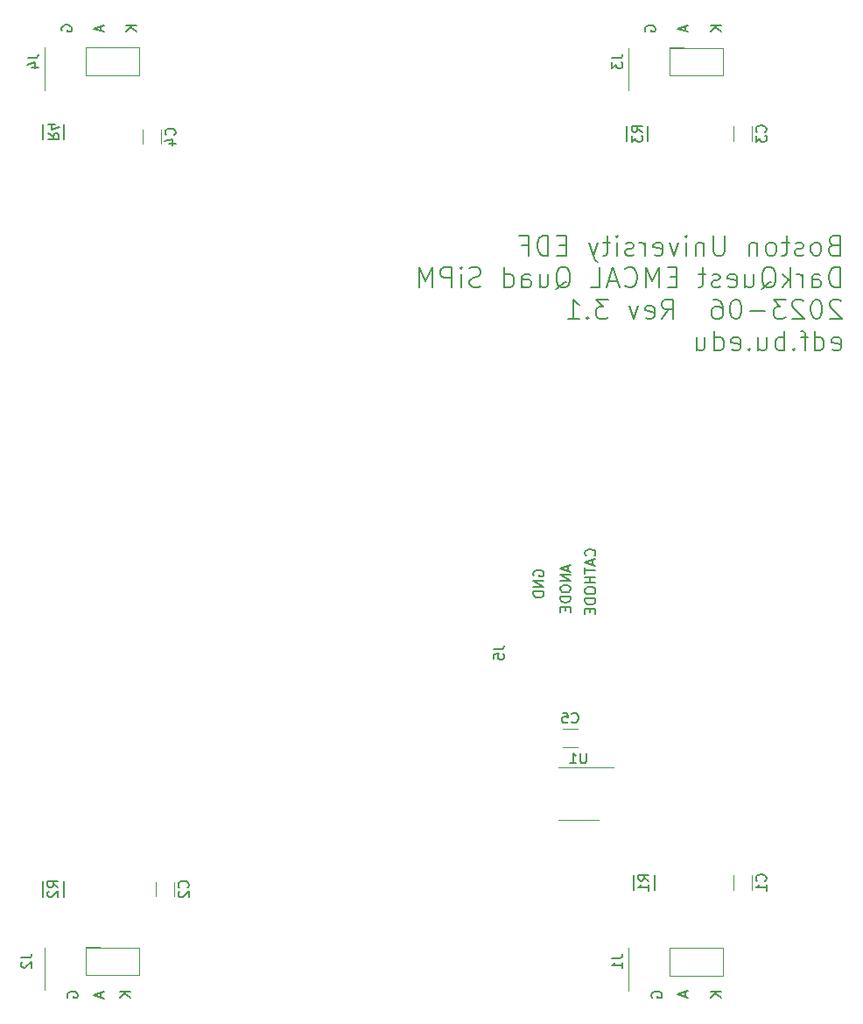
<source format=gbr>
%TF.GenerationSoftware,KiCad,Pcbnew,7.0.5-0*%
%TF.CreationDate,2023-06-12T10:56:44-04:00*%
%TF.ProjectId,quad_sipm,71756164-5f73-4697-906d-2e6b69636164,rev?*%
%TF.SameCoordinates,Original*%
%TF.FileFunction,Legend,Bot*%
%TF.FilePolarity,Positive*%
%FSLAX46Y46*%
G04 Gerber Fmt 4.6, Leading zero omitted, Abs format (unit mm)*
G04 Created by KiCad (PCBNEW 7.0.5-0) date 2023-06-12 10:56:44*
%MOMM*%
%LPD*%
G01*
G04 APERTURE LIST*
%ADD10C,0.150000*%
%ADD11C,0.203200*%
%ADD12C,0.120000*%
%ADD13C,0.152400*%
G04 APERTURE END LIST*
D10*
X124597438Y-53601904D02*
X124549819Y-53506666D01*
X124549819Y-53506666D02*
X124549819Y-53363809D01*
X124549819Y-53363809D02*
X124597438Y-53220952D01*
X124597438Y-53220952D02*
X124692676Y-53125714D01*
X124692676Y-53125714D02*
X124787914Y-53078095D01*
X124787914Y-53078095D02*
X124978390Y-53030476D01*
X124978390Y-53030476D02*
X125121247Y-53030476D01*
X125121247Y-53030476D02*
X125311723Y-53078095D01*
X125311723Y-53078095D02*
X125406961Y-53125714D01*
X125406961Y-53125714D02*
X125502200Y-53220952D01*
X125502200Y-53220952D02*
X125549819Y-53363809D01*
X125549819Y-53363809D02*
X125549819Y-53459047D01*
X125549819Y-53459047D02*
X125502200Y-53601904D01*
X125502200Y-53601904D02*
X125454580Y-53649523D01*
X125454580Y-53649523D02*
X125121247Y-53649523D01*
X125121247Y-53649523D02*
X125121247Y-53459047D01*
X131899819Y-53078095D02*
X130899819Y-53078095D01*
X131899819Y-53649523D02*
X131328390Y-53220952D01*
X130899819Y-53649523D02*
X131471247Y-53078095D01*
X128439104Y-53101905D02*
X128439104Y-53578095D01*
X128724819Y-53006667D02*
X127724819Y-53340000D01*
X127724819Y-53340000D02*
X128724819Y-53673333D01*
X68717438Y-146983220D02*
X68669819Y-146887982D01*
X68669819Y-146887982D02*
X68669819Y-146745125D01*
X68669819Y-146745125D02*
X68717438Y-146602268D01*
X68717438Y-146602268D02*
X68812676Y-146507030D01*
X68812676Y-146507030D02*
X68907914Y-146459411D01*
X68907914Y-146459411D02*
X69098390Y-146411792D01*
X69098390Y-146411792D02*
X69241247Y-146411792D01*
X69241247Y-146411792D02*
X69431723Y-146459411D01*
X69431723Y-146459411D02*
X69526961Y-146507030D01*
X69526961Y-146507030D02*
X69622200Y-146602268D01*
X69622200Y-146602268D02*
X69669819Y-146745125D01*
X69669819Y-146745125D02*
X69669819Y-146840363D01*
X69669819Y-146840363D02*
X69622200Y-146983220D01*
X69622200Y-146983220D02*
X69574580Y-147030839D01*
X69574580Y-147030839D02*
X69241247Y-147030839D01*
X69241247Y-147030839D02*
X69241247Y-146840363D01*
X71924104Y-146554649D02*
X71924104Y-147030839D01*
X72209819Y-146459411D02*
X71209819Y-146792744D01*
X71209819Y-146792744D02*
X72209819Y-147126077D01*
X75384819Y-53078095D02*
X74384819Y-53078095D01*
X75384819Y-53649523D02*
X74813390Y-53220952D01*
X74384819Y-53649523D02*
X74956247Y-53078095D01*
X117069104Y-105261905D02*
X117069104Y-105738095D01*
X117354819Y-105166667D02*
X116354819Y-105500000D01*
X116354819Y-105500000D02*
X117354819Y-105833333D01*
X117354819Y-106166667D02*
X116354819Y-106166667D01*
X116354819Y-106166667D02*
X117354819Y-106738095D01*
X117354819Y-106738095D02*
X116354819Y-106738095D01*
X116354819Y-107404762D02*
X116354819Y-107595238D01*
X116354819Y-107595238D02*
X116402438Y-107690476D01*
X116402438Y-107690476D02*
X116497676Y-107785714D01*
X116497676Y-107785714D02*
X116688152Y-107833333D01*
X116688152Y-107833333D02*
X117021485Y-107833333D01*
X117021485Y-107833333D02*
X117211961Y-107785714D01*
X117211961Y-107785714D02*
X117307200Y-107690476D01*
X117307200Y-107690476D02*
X117354819Y-107595238D01*
X117354819Y-107595238D02*
X117354819Y-107404762D01*
X117354819Y-107404762D02*
X117307200Y-107309524D01*
X117307200Y-107309524D02*
X117211961Y-107214286D01*
X117211961Y-107214286D02*
X117021485Y-107166667D01*
X117021485Y-107166667D02*
X116688152Y-107166667D01*
X116688152Y-107166667D02*
X116497676Y-107214286D01*
X116497676Y-107214286D02*
X116402438Y-107309524D01*
X116402438Y-107309524D02*
X116354819Y-107404762D01*
X117354819Y-108261905D02*
X116354819Y-108261905D01*
X116354819Y-108261905D02*
X116354819Y-108500000D01*
X116354819Y-108500000D02*
X116402438Y-108642857D01*
X116402438Y-108642857D02*
X116497676Y-108738095D01*
X116497676Y-108738095D02*
X116592914Y-108785714D01*
X116592914Y-108785714D02*
X116783390Y-108833333D01*
X116783390Y-108833333D02*
X116926247Y-108833333D01*
X116926247Y-108833333D02*
X117116723Y-108785714D01*
X117116723Y-108785714D02*
X117211961Y-108738095D01*
X117211961Y-108738095D02*
X117307200Y-108642857D01*
X117307200Y-108642857D02*
X117354819Y-108500000D01*
X117354819Y-108500000D02*
X117354819Y-108261905D01*
X116831009Y-109261905D02*
X116831009Y-109595238D01*
X117354819Y-109738095D02*
X117354819Y-109261905D01*
X117354819Y-109261905D02*
X116354819Y-109261905D01*
X116354819Y-109261905D02*
X116354819Y-109738095D01*
X71924104Y-53101905D02*
X71924104Y-53578095D01*
X72209819Y-53006667D02*
X71209819Y-53340000D01*
X71209819Y-53340000D02*
X72209819Y-53673333D01*
X74749819Y-146423095D02*
X73749819Y-146423095D01*
X74749819Y-146994523D02*
X74178390Y-146565952D01*
X73749819Y-146994523D02*
X74321247Y-146423095D01*
X128439104Y-146446905D02*
X128439104Y-146923095D01*
X128724819Y-146351667D02*
X127724819Y-146685000D01*
X127724819Y-146685000D02*
X128724819Y-147018333D01*
X125232438Y-146983220D02*
X125184819Y-146887982D01*
X125184819Y-146887982D02*
X125184819Y-146745125D01*
X125184819Y-146745125D02*
X125232438Y-146602268D01*
X125232438Y-146602268D02*
X125327676Y-146507030D01*
X125327676Y-146507030D02*
X125422914Y-146459411D01*
X125422914Y-146459411D02*
X125613390Y-146411792D01*
X125613390Y-146411792D02*
X125756247Y-146411792D01*
X125756247Y-146411792D02*
X125946723Y-146459411D01*
X125946723Y-146459411D02*
X126041961Y-146507030D01*
X126041961Y-146507030D02*
X126137200Y-146602268D01*
X126137200Y-146602268D02*
X126184819Y-146745125D01*
X126184819Y-146745125D02*
X126184819Y-146840363D01*
X126184819Y-146840363D02*
X126137200Y-146983220D01*
X126137200Y-146983220D02*
X126089580Y-147030839D01*
X126089580Y-147030839D02*
X125756247Y-147030839D01*
X125756247Y-147030839D02*
X125756247Y-146840363D01*
X119659580Y-104299999D02*
X119707200Y-104252380D01*
X119707200Y-104252380D02*
X119754819Y-104109523D01*
X119754819Y-104109523D02*
X119754819Y-104014285D01*
X119754819Y-104014285D02*
X119707200Y-103871428D01*
X119707200Y-103871428D02*
X119611961Y-103776190D01*
X119611961Y-103776190D02*
X119516723Y-103728571D01*
X119516723Y-103728571D02*
X119326247Y-103680952D01*
X119326247Y-103680952D02*
X119183390Y-103680952D01*
X119183390Y-103680952D02*
X118992914Y-103728571D01*
X118992914Y-103728571D02*
X118897676Y-103776190D01*
X118897676Y-103776190D02*
X118802438Y-103871428D01*
X118802438Y-103871428D02*
X118754819Y-104014285D01*
X118754819Y-104014285D02*
X118754819Y-104109523D01*
X118754819Y-104109523D02*
X118802438Y-104252380D01*
X118802438Y-104252380D02*
X118850057Y-104299999D01*
X119469104Y-104680952D02*
X119469104Y-105157142D01*
X119754819Y-104585714D02*
X118754819Y-104919047D01*
X118754819Y-104919047D02*
X119754819Y-105252380D01*
X118754819Y-105442857D02*
X118754819Y-106014285D01*
X119754819Y-105728571D02*
X118754819Y-105728571D01*
X119754819Y-106347619D02*
X118754819Y-106347619D01*
X119231009Y-106347619D02*
X119231009Y-106919047D01*
X119754819Y-106919047D02*
X118754819Y-106919047D01*
X118754819Y-107585714D02*
X118754819Y-107776190D01*
X118754819Y-107776190D02*
X118802438Y-107871428D01*
X118802438Y-107871428D02*
X118897676Y-107966666D01*
X118897676Y-107966666D02*
X119088152Y-108014285D01*
X119088152Y-108014285D02*
X119421485Y-108014285D01*
X119421485Y-108014285D02*
X119611961Y-107966666D01*
X119611961Y-107966666D02*
X119707200Y-107871428D01*
X119707200Y-107871428D02*
X119754819Y-107776190D01*
X119754819Y-107776190D02*
X119754819Y-107585714D01*
X119754819Y-107585714D02*
X119707200Y-107490476D01*
X119707200Y-107490476D02*
X119611961Y-107395238D01*
X119611961Y-107395238D02*
X119421485Y-107347619D01*
X119421485Y-107347619D02*
X119088152Y-107347619D01*
X119088152Y-107347619D02*
X118897676Y-107395238D01*
X118897676Y-107395238D02*
X118802438Y-107490476D01*
X118802438Y-107490476D02*
X118754819Y-107585714D01*
X119754819Y-108442857D02*
X118754819Y-108442857D01*
X118754819Y-108442857D02*
X118754819Y-108680952D01*
X118754819Y-108680952D02*
X118802438Y-108823809D01*
X118802438Y-108823809D02*
X118897676Y-108919047D01*
X118897676Y-108919047D02*
X118992914Y-108966666D01*
X118992914Y-108966666D02*
X119183390Y-109014285D01*
X119183390Y-109014285D02*
X119326247Y-109014285D01*
X119326247Y-109014285D02*
X119516723Y-108966666D01*
X119516723Y-108966666D02*
X119611961Y-108919047D01*
X119611961Y-108919047D02*
X119707200Y-108823809D01*
X119707200Y-108823809D02*
X119754819Y-108680952D01*
X119754819Y-108680952D02*
X119754819Y-108442857D01*
X119231009Y-109442857D02*
X119231009Y-109776190D01*
X119754819Y-109919047D02*
X119754819Y-109442857D01*
X119754819Y-109442857D02*
X118754819Y-109442857D01*
X118754819Y-109442857D02*
X118754819Y-109919047D01*
X131899819Y-146423095D02*
X130899819Y-146423095D01*
X131899819Y-146994523D02*
X131328390Y-146565952D01*
X130899819Y-146994523D02*
X131471247Y-146423095D01*
D11*
X142777744Y-74272290D02*
X142505601Y-74363004D01*
X142505601Y-74363004D02*
X142414887Y-74453718D01*
X142414887Y-74453718D02*
X142324173Y-74635147D01*
X142324173Y-74635147D02*
X142324173Y-74907290D01*
X142324173Y-74907290D02*
X142414887Y-75088718D01*
X142414887Y-75088718D02*
X142505601Y-75179433D01*
X142505601Y-75179433D02*
X142687030Y-75270147D01*
X142687030Y-75270147D02*
X143412744Y-75270147D01*
X143412744Y-75270147D02*
X143412744Y-73365147D01*
X143412744Y-73365147D02*
X142777744Y-73365147D01*
X142777744Y-73365147D02*
X142596316Y-73455861D01*
X142596316Y-73455861D02*
X142505601Y-73546575D01*
X142505601Y-73546575D02*
X142414887Y-73728004D01*
X142414887Y-73728004D02*
X142414887Y-73909433D01*
X142414887Y-73909433D02*
X142505601Y-74090861D01*
X142505601Y-74090861D02*
X142596316Y-74181575D01*
X142596316Y-74181575D02*
X142777744Y-74272290D01*
X142777744Y-74272290D02*
X143412744Y-74272290D01*
X141235601Y-75270147D02*
X141417030Y-75179433D01*
X141417030Y-75179433D02*
X141507744Y-75088718D01*
X141507744Y-75088718D02*
X141598458Y-74907290D01*
X141598458Y-74907290D02*
X141598458Y-74363004D01*
X141598458Y-74363004D02*
X141507744Y-74181575D01*
X141507744Y-74181575D02*
X141417030Y-74090861D01*
X141417030Y-74090861D02*
X141235601Y-74000147D01*
X141235601Y-74000147D02*
X140963458Y-74000147D01*
X140963458Y-74000147D02*
X140782030Y-74090861D01*
X140782030Y-74090861D02*
X140691316Y-74181575D01*
X140691316Y-74181575D02*
X140600601Y-74363004D01*
X140600601Y-74363004D02*
X140600601Y-74907290D01*
X140600601Y-74907290D02*
X140691316Y-75088718D01*
X140691316Y-75088718D02*
X140782030Y-75179433D01*
X140782030Y-75179433D02*
X140963458Y-75270147D01*
X140963458Y-75270147D02*
X141235601Y-75270147D01*
X139874887Y-75179433D02*
X139693459Y-75270147D01*
X139693459Y-75270147D02*
X139330602Y-75270147D01*
X139330602Y-75270147D02*
X139149173Y-75179433D01*
X139149173Y-75179433D02*
X139058459Y-74998004D01*
X139058459Y-74998004D02*
X139058459Y-74907290D01*
X139058459Y-74907290D02*
X139149173Y-74725861D01*
X139149173Y-74725861D02*
X139330602Y-74635147D01*
X139330602Y-74635147D02*
X139602745Y-74635147D01*
X139602745Y-74635147D02*
X139784173Y-74544433D01*
X139784173Y-74544433D02*
X139874887Y-74363004D01*
X139874887Y-74363004D02*
X139874887Y-74272290D01*
X139874887Y-74272290D02*
X139784173Y-74090861D01*
X139784173Y-74090861D02*
X139602745Y-74000147D01*
X139602745Y-74000147D02*
X139330602Y-74000147D01*
X139330602Y-74000147D02*
X139149173Y-74090861D01*
X138514173Y-74000147D02*
X137788459Y-74000147D01*
X138242030Y-73365147D02*
X138242030Y-74998004D01*
X138242030Y-74998004D02*
X138151316Y-75179433D01*
X138151316Y-75179433D02*
X137969887Y-75270147D01*
X137969887Y-75270147D02*
X137788459Y-75270147D01*
X136881316Y-75270147D02*
X137062745Y-75179433D01*
X137062745Y-75179433D02*
X137153459Y-75088718D01*
X137153459Y-75088718D02*
X137244173Y-74907290D01*
X137244173Y-74907290D02*
X137244173Y-74363004D01*
X137244173Y-74363004D02*
X137153459Y-74181575D01*
X137153459Y-74181575D02*
X137062745Y-74090861D01*
X137062745Y-74090861D02*
X136881316Y-74000147D01*
X136881316Y-74000147D02*
X136609173Y-74000147D01*
X136609173Y-74000147D02*
X136427745Y-74090861D01*
X136427745Y-74090861D02*
X136337031Y-74181575D01*
X136337031Y-74181575D02*
X136246316Y-74363004D01*
X136246316Y-74363004D02*
X136246316Y-74907290D01*
X136246316Y-74907290D02*
X136337031Y-75088718D01*
X136337031Y-75088718D02*
X136427745Y-75179433D01*
X136427745Y-75179433D02*
X136609173Y-75270147D01*
X136609173Y-75270147D02*
X136881316Y-75270147D01*
X135429888Y-74000147D02*
X135429888Y-75270147D01*
X135429888Y-74181575D02*
X135339174Y-74090861D01*
X135339174Y-74090861D02*
X135157745Y-74000147D01*
X135157745Y-74000147D02*
X134885602Y-74000147D01*
X134885602Y-74000147D02*
X134704174Y-74090861D01*
X134704174Y-74090861D02*
X134613460Y-74272290D01*
X134613460Y-74272290D02*
X134613460Y-75270147D01*
X132254888Y-73365147D02*
X132254888Y-74907290D01*
X132254888Y-74907290D02*
X132164174Y-75088718D01*
X132164174Y-75088718D02*
X132073460Y-75179433D01*
X132073460Y-75179433D02*
X131892031Y-75270147D01*
X131892031Y-75270147D02*
X131529174Y-75270147D01*
X131529174Y-75270147D02*
X131347745Y-75179433D01*
X131347745Y-75179433D02*
X131257031Y-75088718D01*
X131257031Y-75088718D02*
X131166317Y-74907290D01*
X131166317Y-74907290D02*
X131166317Y-73365147D01*
X130259174Y-74000147D02*
X130259174Y-75270147D01*
X130259174Y-74181575D02*
X130168460Y-74090861D01*
X130168460Y-74090861D02*
X129987031Y-74000147D01*
X129987031Y-74000147D02*
X129714888Y-74000147D01*
X129714888Y-74000147D02*
X129533460Y-74090861D01*
X129533460Y-74090861D02*
X129442746Y-74272290D01*
X129442746Y-74272290D02*
X129442746Y-75270147D01*
X128535603Y-75270147D02*
X128535603Y-74000147D01*
X128535603Y-73365147D02*
X128626317Y-73455861D01*
X128626317Y-73455861D02*
X128535603Y-73546575D01*
X128535603Y-73546575D02*
X128444889Y-73455861D01*
X128444889Y-73455861D02*
X128535603Y-73365147D01*
X128535603Y-73365147D02*
X128535603Y-73546575D01*
X127809889Y-74000147D02*
X127356317Y-75270147D01*
X127356317Y-75270147D02*
X126902746Y-74000147D01*
X125451317Y-75179433D02*
X125632745Y-75270147D01*
X125632745Y-75270147D02*
X125995603Y-75270147D01*
X125995603Y-75270147D02*
X126177031Y-75179433D01*
X126177031Y-75179433D02*
X126267745Y-74998004D01*
X126267745Y-74998004D02*
X126267745Y-74272290D01*
X126267745Y-74272290D02*
X126177031Y-74090861D01*
X126177031Y-74090861D02*
X125995603Y-74000147D01*
X125995603Y-74000147D02*
X125632745Y-74000147D01*
X125632745Y-74000147D02*
X125451317Y-74090861D01*
X125451317Y-74090861D02*
X125360603Y-74272290D01*
X125360603Y-74272290D02*
X125360603Y-74453718D01*
X125360603Y-74453718D02*
X126267745Y-74635147D01*
X124544174Y-75270147D02*
X124544174Y-74000147D01*
X124544174Y-74363004D02*
X124453460Y-74181575D01*
X124453460Y-74181575D02*
X124362746Y-74090861D01*
X124362746Y-74090861D02*
X124181317Y-74000147D01*
X124181317Y-74000147D02*
X123999888Y-74000147D01*
X123455602Y-75179433D02*
X123274174Y-75270147D01*
X123274174Y-75270147D02*
X122911317Y-75270147D01*
X122911317Y-75270147D02*
X122729888Y-75179433D01*
X122729888Y-75179433D02*
X122639174Y-74998004D01*
X122639174Y-74998004D02*
X122639174Y-74907290D01*
X122639174Y-74907290D02*
X122729888Y-74725861D01*
X122729888Y-74725861D02*
X122911317Y-74635147D01*
X122911317Y-74635147D02*
X123183460Y-74635147D01*
X123183460Y-74635147D02*
X123364888Y-74544433D01*
X123364888Y-74544433D02*
X123455602Y-74363004D01*
X123455602Y-74363004D02*
X123455602Y-74272290D01*
X123455602Y-74272290D02*
X123364888Y-74090861D01*
X123364888Y-74090861D02*
X123183460Y-74000147D01*
X123183460Y-74000147D02*
X122911317Y-74000147D01*
X122911317Y-74000147D02*
X122729888Y-74090861D01*
X121822745Y-75270147D02*
X121822745Y-74000147D01*
X121822745Y-73365147D02*
X121913459Y-73455861D01*
X121913459Y-73455861D02*
X121822745Y-73546575D01*
X121822745Y-73546575D02*
X121732031Y-73455861D01*
X121732031Y-73455861D02*
X121822745Y-73365147D01*
X121822745Y-73365147D02*
X121822745Y-73546575D01*
X121187745Y-74000147D02*
X120462031Y-74000147D01*
X120915602Y-73365147D02*
X120915602Y-74998004D01*
X120915602Y-74998004D02*
X120824888Y-75179433D01*
X120824888Y-75179433D02*
X120643459Y-75270147D01*
X120643459Y-75270147D02*
X120462031Y-75270147D01*
X120008460Y-74000147D02*
X119554888Y-75270147D01*
X119101317Y-74000147D02*
X119554888Y-75270147D01*
X119554888Y-75270147D02*
X119736317Y-75723718D01*
X119736317Y-75723718D02*
X119827031Y-75814433D01*
X119827031Y-75814433D02*
X120008460Y-75905147D01*
X116924173Y-74272290D02*
X116289173Y-74272290D01*
X116017030Y-75270147D02*
X116924173Y-75270147D01*
X116924173Y-75270147D02*
X116924173Y-73365147D01*
X116924173Y-73365147D02*
X116017030Y-73365147D01*
X115200602Y-75270147D02*
X115200602Y-73365147D01*
X115200602Y-73365147D02*
X114747031Y-73365147D01*
X114747031Y-73365147D02*
X114474888Y-73455861D01*
X114474888Y-73455861D02*
X114293459Y-73637290D01*
X114293459Y-73637290D02*
X114202745Y-73818718D01*
X114202745Y-73818718D02*
X114112031Y-74181575D01*
X114112031Y-74181575D02*
X114112031Y-74453718D01*
X114112031Y-74453718D02*
X114202745Y-74816575D01*
X114202745Y-74816575D02*
X114293459Y-74998004D01*
X114293459Y-74998004D02*
X114474888Y-75179433D01*
X114474888Y-75179433D02*
X114747031Y-75270147D01*
X114747031Y-75270147D02*
X115200602Y-75270147D01*
X112660602Y-74272290D02*
X113295602Y-74272290D01*
X113295602Y-75270147D02*
X113295602Y-73365147D01*
X113295602Y-73365147D02*
X112388459Y-73365147D01*
X143412744Y-78337197D02*
X143412744Y-76432197D01*
X143412744Y-76432197D02*
X142959173Y-76432197D01*
X142959173Y-76432197D02*
X142687030Y-76522911D01*
X142687030Y-76522911D02*
X142505601Y-76704340D01*
X142505601Y-76704340D02*
X142414887Y-76885768D01*
X142414887Y-76885768D02*
X142324173Y-77248625D01*
X142324173Y-77248625D02*
X142324173Y-77520768D01*
X142324173Y-77520768D02*
X142414887Y-77883625D01*
X142414887Y-77883625D02*
X142505601Y-78065054D01*
X142505601Y-78065054D02*
X142687030Y-78246483D01*
X142687030Y-78246483D02*
X142959173Y-78337197D01*
X142959173Y-78337197D02*
X143412744Y-78337197D01*
X140691316Y-78337197D02*
X140691316Y-77339340D01*
X140691316Y-77339340D02*
X140782030Y-77157911D01*
X140782030Y-77157911D02*
X140963458Y-77067197D01*
X140963458Y-77067197D02*
X141326316Y-77067197D01*
X141326316Y-77067197D02*
X141507744Y-77157911D01*
X140691316Y-78246483D02*
X140872744Y-78337197D01*
X140872744Y-78337197D02*
X141326316Y-78337197D01*
X141326316Y-78337197D02*
X141507744Y-78246483D01*
X141507744Y-78246483D02*
X141598458Y-78065054D01*
X141598458Y-78065054D02*
X141598458Y-77883625D01*
X141598458Y-77883625D02*
X141507744Y-77702197D01*
X141507744Y-77702197D02*
X141326316Y-77611483D01*
X141326316Y-77611483D02*
X140872744Y-77611483D01*
X140872744Y-77611483D02*
X140691316Y-77520768D01*
X139784173Y-78337197D02*
X139784173Y-77067197D01*
X139784173Y-77430054D02*
X139693459Y-77248625D01*
X139693459Y-77248625D02*
X139602745Y-77157911D01*
X139602745Y-77157911D02*
X139421316Y-77067197D01*
X139421316Y-77067197D02*
X139239887Y-77067197D01*
X138604887Y-78337197D02*
X138604887Y-76432197D01*
X138423459Y-77611483D02*
X137879173Y-78337197D01*
X137879173Y-77067197D02*
X138604887Y-77792911D01*
X135792744Y-78518625D02*
X135974173Y-78427911D01*
X135974173Y-78427911D02*
X136155601Y-78246483D01*
X136155601Y-78246483D02*
X136427744Y-77974340D01*
X136427744Y-77974340D02*
X136609173Y-77883625D01*
X136609173Y-77883625D02*
X136790601Y-77883625D01*
X136699887Y-78337197D02*
X136881316Y-78246483D01*
X136881316Y-78246483D02*
X137062744Y-78065054D01*
X137062744Y-78065054D02*
X137153458Y-77702197D01*
X137153458Y-77702197D02*
X137153458Y-77067197D01*
X137153458Y-77067197D02*
X137062744Y-76704340D01*
X137062744Y-76704340D02*
X136881316Y-76522911D01*
X136881316Y-76522911D02*
X136699887Y-76432197D01*
X136699887Y-76432197D02*
X136337030Y-76432197D01*
X136337030Y-76432197D02*
X136155601Y-76522911D01*
X136155601Y-76522911D02*
X135974173Y-76704340D01*
X135974173Y-76704340D02*
X135883458Y-77067197D01*
X135883458Y-77067197D02*
X135883458Y-77702197D01*
X135883458Y-77702197D02*
X135974173Y-78065054D01*
X135974173Y-78065054D02*
X136155601Y-78246483D01*
X136155601Y-78246483D02*
X136337030Y-78337197D01*
X136337030Y-78337197D02*
X136699887Y-78337197D01*
X134250602Y-77067197D02*
X134250602Y-78337197D01*
X135067030Y-77067197D02*
X135067030Y-78065054D01*
X135067030Y-78065054D02*
X134976316Y-78246483D01*
X134976316Y-78246483D02*
X134794887Y-78337197D01*
X134794887Y-78337197D02*
X134522744Y-78337197D01*
X134522744Y-78337197D02*
X134341316Y-78246483D01*
X134341316Y-78246483D02*
X134250602Y-78155768D01*
X132617745Y-78246483D02*
X132799173Y-78337197D01*
X132799173Y-78337197D02*
X133162031Y-78337197D01*
X133162031Y-78337197D02*
X133343459Y-78246483D01*
X133343459Y-78246483D02*
X133434173Y-78065054D01*
X133434173Y-78065054D02*
X133434173Y-77339340D01*
X133434173Y-77339340D02*
X133343459Y-77157911D01*
X133343459Y-77157911D02*
X133162031Y-77067197D01*
X133162031Y-77067197D02*
X132799173Y-77067197D01*
X132799173Y-77067197D02*
X132617745Y-77157911D01*
X132617745Y-77157911D02*
X132527031Y-77339340D01*
X132527031Y-77339340D02*
X132527031Y-77520768D01*
X132527031Y-77520768D02*
X133434173Y-77702197D01*
X131801316Y-78246483D02*
X131619888Y-78337197D01*
X131619888Y-78337197D02*
X131257031Y-78337197D01*
X131257031Y-78337197D02*
X131075602Y-78246483D01*
X131075602Y-78246483D02*
X130984888Y-78065054D01*
X130984888Y-78065054D02*
X130984888Y-77974340D01*
X130984888Y-77974340D02*
X131075602Y-77792911D01*
X131075602Y-77792911D02*
X131257031Y-77702197D01*
X131257031Y-77702197D02*
X131529174Y-77702197D01*
X131529174Y-77702197D02*
X131710602Y-77611483D01*
X131710602Y-77611483D02*
X131801316Y-77430054D01*
X131801316Y-77430054D02*
X131801316Y-77339340D01*
X131801316Y-77339340D02*
X131710602Y-77157911D01*
X131710602Y-77157911D02*
X131529174Y-77067197D01*
X131529174Y-77067197D02*
X131257031Y-77067197D01*
X131257031Y-77067197D02*
X131075602Y-77157911D01*
X130440602Y-77067197D02*
X129714888Y-77067197D01*
X130168459Y-76432197D02*
X130168459Y-78065054D01*
X130168459Y-78065054D02*
X130077745Y-78246483D01*
X130077745Y-78246483D02*
X129896316Y-78337197D01*
X129896316Y-78337197D02*
X129714888Y-78337197D01*
X127628459Y-77339340D02*
X126993459Y-77339340D01*
X126721316Y-78337197D02*
X127628459Y-78337197D01*
X127628459Y-78337197D02*
X127628459Y-76432197D01*
X127628459Y-76432197D02*
X126721316Y-76432197D01*
X125904888Y-78337197D02*
X125904888Y-76432197D01*
X125904888Y-76432197D02*
X125269888Y-77792911D01*
X125269888Y-77792911D02*
X124634888Y-76432197D01*
X124634888Y-76432197D02*
X124634888Y-78337197D01*
X122639174Y-78155768D02*
X122729888Y-78246483D01*
X122729888Y-78246483D02*
X123002031Y-78337197D01*
X123002031Y-78337197D02*
X123183459Y-78337197D01*
X123183459Y-78337197D02*
X123455602Y-78246483D01*
X123455602Y-78246483D02*
X123637031Y-78065054D01*
X123637031Y-78065054D02*
X123727745Y-77883625D01*
X123727745Y-77883625D02*
X123818459Y-77520768D01*
X123818459Y-77520768D02*
X123818459Y-77248625D01*
X123818459Y-77248625D02*
X123727745Y-76885768D01*
X123727745Y-76885768D02*
X123637031Y-76704340D01*
X123637031Y-76704340D02*
X123455602Y-76522911D01*
X123455602Y-76522911D02*
X123183459Y-76432197D01*
X123183459Y-76432197D02*
X123002031Y-76432197D01*
X123002031Y-76432197D02*
X122729888Y-76522911D01*
X122729888Y-76522911D02*
X122639174Y-76613625D01*
X121913459Y-77792911D02*
X121006317Y-77792911D01*
X122094888Y-78337197D02*
X121459888Y-76432197D01*
X121459888Y-76432197D02*
X120824888Y-78337197D01*
X119282745Y-78337197D02*
X120189888Y-78337197D01*
X120189888Y-78337197D02*
X120189888Y-76432197D01*
X115926316Y-78518625D02*
X116107745Y-78427911D01*
X116107745Y-78427911D02*
X116289173Y-78246483D01*
X116289173Y-78246483D02*
X116561316Y-77974340D01*
X116561316Y-77974340D02*
X116742745Y-77883625D01*
X116742745Y-77883625D02*
X116924173Y-77883625D01*
X116833459Y-78337197D02*
X117014888Y-78246483D01*
X117014888Y-78246483D02*
X117196316Y-78065054D01*
X117196316Y-78065054D02*
X117287030Y-77702197D01*
X117287030Y-77702197D02*
X117287030Y-77067197D01*
X117287030Y-77067197D02*
X117196316Y-76704340D01*
X117196316Y-76704340D02*
X117014888Y-76522911D01*
X117014888Y-76522911D02*
X116833459Y-76432197D01*
X116833459Y-76432197D02*
X116470602Y-76432197D01*
X116470602Y-76432197D02*
X116289173Y-76522911D01*
X116289173Y-76522911D02*
X116107745Y-76704340D01*
X116107745Y-76704340D02*
X116017030Y-77067197D01*
X116017030Y-77067197D02*
X116017030Y-77702197D01*
X116017030Y-77702197D02*
X116107745Y-78065054D01*
X116107745Y-78065054D02*
X116289173Y-78246483D01*
X116289173Y-78246483D02*
X116470602Y-78337197D01*
X116470602Y-78337197D02*
X116833459Y-78337197D01*
X114384174Y-77067197D02*
X114384174Y-78337197D01*
X115200602Y-77067197D02*
X115200602Y-78065054D01*
X115200602Y-78065054D02*
X115109888Y-78246483D01*
X115109888Y-78246483D02*
X114928459Y-78337197D01*
X114928459Y-78337197D02*
X114656316Y-78337197D01*
X114656316Y-78337197D02*
X114474888Y-78246483D01*
X114474888Y-78246483D02*
X114384174Y-78155768D01*
X112660603Y-78337197D02*
X112660603Y-77339340D01*
X112660603Y-77339340D02*
X112751317Y-77157911D01*
X112751317Y-77157911D02*
X112932745Y-77067197D01*
X112932745Y-77067197D02*
X113295603Y-77067197D01*
X113295603Y-77067197D02*
X113477031Y-77157911D01*
X112660603Y-78246483D02*
X112842031Y-78337197D01*
X112842031Y-78337197D02*
X113295603Y-78337197D01*
X113295603Y-78337197D02*
X113477031Y-78246483D01*
X113477031Y-78246483D02*
X113567745Y-78065054D01*
X113567745Y-78065054D02*
X113567745Y-77883625D01*
X113567745Y-77883625D02*
X113477031Y-77702197D01*
X113477031Y-77702197D02*
X113295603Y-77611483D01*
X113295603Y-77611483D02*
X112842031Y-77611483D01*
X112842031Y-77611483D02*
X112660603Y-77520768D01*
X110937032Y-78337197D02*
X110937032Y-76432197D01*
X110937032Y-78246483D02*
X111118460Y-78337197D01*
X111118460Y-78337197D02*
X111481317Y-78337197D01*
X111481317Y-78337197D02*
X111662746Y-78246483D01*
X111662746Y-78246483D02*
X111753460Y-78155768D01*
X111753460Y-78155768D02*
X111844174Y-77974340D01*
X111844174Y-77974340D02*
X111844174Y-77430054D01*
X111844174Y-77430054D02*
X111753460Y-77248625D01*
X111753460Y-77248625D02*
X111662746Y-77157911D01*
X111662746Y-77157911D02*
X111481317Y-77067197D01*
X111481317Y-77067197D02*
X111118460Y-77067197D01*
X111118460Y-77067197D02*
X110937032Y-77157911D01*
X108669174Y-78246483D02*
X108397032Y-78337197D01*
X108397032Y-78337197D02*
X107943460Y-78337197D01*
X107943460Y-78337197D02*
X107762032Y-78246483D01*
X107762032Y-78246483D02*
X107671317Y-78155768D01*
X107671317Y-78155768D02*
X107580603Y-77974340D01*
X107580603Y-77974340D02*
X107580603Y-77792911D01*
X107580603Y-77792911D02*
X107671317Y-77611483D01*
X107671317Y-77611483D02*
X107762032Y-77520768D01*
X107762032Y-77520768D02*
X107943460Y-77430054D01*
X107943460Y-77430054D02*
X108306317Y-77339340D01*
X108306317Y-77339340D02*
X108487746Y-77248625D01*
X108487746Y-77248625D02*
X108578460Y-77157911D01*
X108578460Y-77157911D02*
X108669174Y-76976483D01*
X108669174Y-76976483D02*
X108669174Y-76795054D01*
X108669174Y-76795054D02*
X108578460Y-76613625D01*
X108578460Y-76613625D02*
X108487746Y-76522911D01*
X108487746Y-76522911D02*
X108306317Y-76432197D01*
X108306317Y-76432197D02*
X107852746Y-76432197D01*
X107852746Y-76432197D02*
X107580603Y-76522911D01*
X106764174Y-78337197D02*
X106764174Y-77067197D01*
X106764174Y-76432197D02*
X106854888Y-76522911D01*
X106854888Y-76522911D02*
X106764174Y-76613625D01*
X106764174Y-76613625D02*
X106673460Y-76522911D01*
X106673460Y-76522911D02*
X106764174Y-76432197D01*
X106764174Y-76432197D02*
X106764174Y-76613625D01*
X105857031Y-78337197D02*
X105857031Y-76432197D01*
X105857031Y-76432197D02*
X105131317Y-76432197D01*
X105131317Y-76432197D02*
X104949888Y-76522911D01*
X104949888Y-76522911D02*
X104859174Y-76613625D01*
X104859174Y-76613625D02*
X104768460Y-76795054D01*
X104768460Y-76795054D02*
X104768460Y-77067197D01*
X104768460Y-77067197D02*
X104859174Y-77248625D01*
X104859174Y-77248625D02*
X104949888Y-77339340D01*
X104949888Y-77339340D02*
X105131317Y-77430054D01*
X105131317Y-77430054D02*
X105857031Y-77430054D01*
X103952031Y-78337197D02*
X103952031Y-76432197D01*
X103952031Y-76432197D02*
X103317031Y-77792911D01*
X103317031Y-77792911D02*
X102682031Y-76432197D01*
X102682031Y-76432197D02*
X102682031Y-78337197D01*
X143503458Y-79680675D02*
X143412744Y-79589961D01*
X143412744Y-79589961D02*
X143231316Y-79499247D01*
X143231316Y-79499247D02*
X142777744Y-79499247D01*
X142777744Y-79499247D02*
X142596316Y-79589961D01*
X142596316Y-79589961D02*
X142505601Y-79680675D01*
X142505601Y-79680675D02*
X142414887Y-79862104D01*
X142414887Y-79862104D02*
X142414887Y-80043533D01*
X142414887Y-80043533D02*
X142505601Y-80315675D01*
X142505601Y-80315675D02*
X143594173Y-81404247D01*
X143594173Y-81404247D02*
X142414887Y-81404247D01*
X141235601Y-79499247D02*
X141054172Y-79499247D01*
X141054172Y-79499247D02*
X140872744Y-79589961D01*
X140872744Y-79589961D02*
X140782030Y-79680675D01*
X140782030Y-79680675D02*
X140691315Y-79862104D01*
X140691315Y-79862104D02*
X140600601Y-80224961D01*
X140600601Y-80224961D02*
X140600601Y-80678533D01*
X140600601Y-80678533D02*
X140691315Y-81041390D01*
X140691315Y-81041390D02*
X140782030Y-81222818D01*
X140782030Y-81222818D02*
X140872744Y-81313533D01*
X140872744Y-81313533D02*
X141054172Y-81404247D01*
X141054172Y-81404247D02*
X141235601Y-81404247D01*
X141235601Y-81404247D02*
X141417030Y-81313533D01*
X141417030Y-81313533D02*
X141507744Y-81222818D01*
X141507744Y-81222818D02*
X141598458Y-81041390D01*
X141598458Y-81041390D02*
X141689172Y-80678533D01*
X141689172Y-80678533D02*
X141689172Y-80224961D01*
X141689172Y-80224961D02*
X141598458Y-79862104D01*
X141598458Y-79862104D02*
X141507744Y-79680675D01*
X141507744Y-79680675D02*
X141417030Y-79589961D01*
X141417030Y-79589961D02*
X141235601Y-79499247D01*
X139874886Y-79680675D02*
X139784172Y-79589961D01*
X139784172Y-79589961D02*
X139602744Y-79499247D01*
X139602744Y-79499247D02*
X139149172Y-79499247D01*
X139149172Y-79499247D02*
X138967744Y-79589961D01*
X138967744Y-79589961D02*
X138877029Y-79680675D01*
X138877029Y-79680675D02*
X138786315Y-79862104D01*
X138786315Y-79862104D02*
X138786315Y-80043533D01*
X138786315Y-80043533D02*
X138877029Y-80315675D01*
X138877029Y-80315675D02*
X139965601Y-81404247D01*
X139965601Y-81404247D02*
X138786315Y-81404247D01*
X138151315Y-79499247D02*
X136972029Y-79499247D01*
X136972029Y-79499247D02*
X137607029Y-80224961D01*
X137607029Y-80224961D02*
X137334886Y-80224961D01*
X137334886Y-80224961D02*
X137153458Y-80315675D01*
X137153458Y-80315675D02*
X137062743Y-80406390D01*
X137062743Y-80406390D02*
X136972029Y-80587818D01*
X136972029Y-80587818D02*
X136972029Y-81041390D01*
X136972029Y-81041390D02*
X137062743Y-81222818D01*
X137062743Y-81222818D02*
X137153458Y-81313533D01*
X137153458Y-81313533D02*
X137334886Y-81404247D01*
X137334886Y-81404247D02*
X137879172Y-81404247D01*
X137879172Y-81404247D02*
X138060600Y-81313533D01*
X138060600Y-81313533D02*
X138151315Y-81222818D01*
X136155600Y-80678533D02*
X134704172Y-80678533D01*
X133434172Y-79499247D02*
X133252743Y-79499247D01*
X133252743Y-79499247D02*
X133071315Y-79589961D01*
X133071315Y-79589961D02*
X132980601Y-79680675D01*
X132980601Y-79680675D02*
X132889886Y-79862104D01*
X132889886Y-79862104D02*
X132799172Y-80224961D01*
X132799172Y-80224961D02*
X132799172Y-80678533D01*
X132799172Y-80678533D02*
X132889886Y-81041390D01*
X132889886Y-81041390D02*
X132980601Y-81222818D01*
X132980601Y-81222818D02*
X133071315Y-81313533D01*
X133071315Y-81313533D02*
X133252743Y-81404247D01*
X133252743Y-81404247D02*
X133434172Y-81404247D01*
X133434172Y-81404247D02*
X133615601Y-81313533D01*
X133615601Y-81313533D02*
X133706315Y-81222818D01*
X133706315Y-81222818D02*
X133797029Y-81041390D01*
X133797029Y-81041390D02*
X133887743Y-80678533D01*
X133887743Y-80678533D02*
X133887743Y-80224961D01*
X133887743Y-80224961D02*
X133797029Y-79862104D01*
X133797029Y-79862104D02*
X133706315Y-79680675D01*
X133706315Y-79680675D02*
X133615601Y-79589961D01*
X133615601Y-79589961D02*
X133434172Y-79499247D01*
X131166315Y-79499247D02*
X131529172Y-79499247D01*
X131529172Y-79499247D02*
X131710600Y-79589961D01*
X131710600Y-79589961D02*
X131801315Y-79680675D01*
X131801315Y-79680675D02*
X131982743Y-79952818D01*
X131982743Y-79952818D02*
X132073457Y-80315675D01*
X132073457Y-80315675D02*
X132073457Y-81041390D01*
X132073457Y-81041390D02*
X131982743Y-81222818D01*
X131982743Y-81222818D02*
X131892029Y-81313533D01*
X131892029Y-81313533D02*
X131710600Y-81404247D01*
X131710600Y-81404247D02*
X131347743Y-81404247D01*
X131347743Y-81404247D02*
X131166315Y-81313533D01*
X131166315Y-81313533D02*
X131075600Y-81222818D01*
X131075600Y-81222818D02*
X130984886Y-81041390D01*
X130984886Y-81041390D02*
X130984886Y-80587818D01*
X130984886Y-80587818D02*
X131075600Y-80406390D01*
X131075600Y-80406390D02*
X131166315Y-80315675D01*
X131166315Y-80315675D02*
X131347743Y-80224961D01*
X131347743Y-80224961D02*
X131710600Y-80224961D01*
X131710600Y-80224961D02*
X131892029Y-80315675D01*
X131892029Y-80315675D02*
X131982743Y-80406390D01*
X131982743Y-80406390D02*
X132073457Y-80587818D01*
X126177028Y-81404247D02*
X126812028Y-80497104D01*
X127265599Y-81404247D02*
X127265599Y-79499247D01*
X127265599Y-79499247D02*
X126539885Y-79499247D01*
X126539885Y-79499247D02*
X126358456Y-79589961D01*
X126358456Y-79589961D02*
X126267742Y-79680675D01*
X126267742Y-79680675D02*
X126177028Y-79862104D01*
X126177028Y-79862104D02*
X126177028Y-80134247D01*
X126177028Y-80134247D02*
X126267742Y-80315675D01*
X126267742Y-80315675D02*
X126358456Y-80406390D01*
X126358456Y-80406390D02*
X126539885Y-80497104D01*
X126539885Y-80497104D02*
X127265599Y-80497104D01*
X124634885Y-81313533D02*
X124816313Y-81404247D01*
X124816313Y-81404247D02*
X125179171Y-81404247D01*
X125179171Y-81404247D02*
X125360599Y-81313533D01*
X125360599Y-81313533D02*
X125451313Y-81132104D01*
X125451313Y-81132104D02*
X125451313Y-80406390D01*
X125451313Y-80406390D02*
X125360599Y-80224961D01*
X125360599Y-80224961D02*
X125179171Y-80134247D01*
X125179171Y-80134247D02*
X124816313Y-80134247D01*
X124816313Y-80134247D02*
X124634885Y-80224961D01*
X124634885Y-80224961D02*
X124544171Y-80406390D01*
X124544171Y-80406390D02*
X124544171Y-80587818D01*
X124544171Y-80587818D02*
X125451313Y-80769247D01*
X123909171Y-80134247D02*
X123455599Y-81404247D01*
X123455599Y-81404247D02*
X123002028Y-80134247D01*
X121006313Y-79499247D02*
X119827027Y-79499247D01*
X119827027Y-79499247D02*
X120462027Y-80224961D01*
X120462027Y-80224961D02*
X120189884Y-80224961D01*
X120189884Y-80224961D02*
X120008456Y-80315675D01*
X120008456Y-80315675D02*
X119917741Y-80406390D01*
X119917741Y-80406390D02*
X119827027Y-80587818D01*
X119827027Y-80587818D02*
X119827027Y-81041390D01*
X119827027Y-81041390D02*
X119917741Y-81222818D01*
X119917741Y-81222818D02*
X120008456Y-81313533D01*
X120008456Y-81313533D02*
X120189884Y-81404247D01*
X120189884Y-81404247D02*
X120734170Y-81404247D01*
X120734170Y-81404247D02*
X120915598Y-81313533D01*
X120915598Y-81313533D02*
X121006313Y-81222818D01*
X119010598Y-81222818D02*
X118919884Y-81313533D01*
X118919884Y-81313533D02*
X119010598Y-81404247D01*
X119010598Y-81404247D02*
X119101312Y-81313533D01*
X119101312Y-81313533D02*
X119010598Y-81222818D01*
X119010598Y-81222818D02*
X119010598Y-81404247D01*
X117105598Y-81404247D02*
X118194169Y-81404247D01*
X117649884Y-81404247D02*
X117649884Y-79499247D01*
X117649884Y-79499247D02*
X117831312Y-79771390D01*
X117831312Y-79771390D02*
X118012741Y-79952818D01*
X118012741Y-79952818D02*
X118194169Y-80043533D01*
X142687030Y-84380583D02*
X142868458Y-84471297D01*
X142868458Y-84471297D02*
X143231316Y-84471297D01*
X143231316Y-84471297D02*
X143412744Y-84380583D01*
X143412744Y-84380583D02*
X143503458Y-84199154D01*
X143503458Y-84199154D02*
X143503458Y-83473440D01*
X143503458Y-83473440D02*
X143412744Y-83292011D01*
X143412744Y-83292011D02*
X143231316Y-83201297D01*
X143231316Y-83201297D02*
X142868458Y-83201297D01*
X142868458Y-83201297D02*
X142687030Y-83292011D01*
X142687030Y-83292011D02*
X142596316Y-83473440D01*
X142596316Y-83473440D02*
X142596316Y-83654868D01*
X142596316Y-83654868D02*
X143503458Y-83836297D01*
X140963459Y-84471297D02*
X140963459Y-82566297D01*
X140963459Y-84380583D02*
X141144887Y-84471297D01*
X141144887Y-84471297D02*
X141507744Y-84471297D01*
X141507744Y-84471297D02*
X141689173Y-84380583D01*
X141689173Y-84380583D02*
X141779887Y-84289868D01*
X141779887Y-84289868D02*
X141870601Y-84108440D01*
X141870601Y-84108440D02*
X141870601Y-83564154D01*
X141870601Y-83564154D02*
X141779887Y-83382725D01*
X141779887Y-83382725D02*
X141689173Y-83292011D01*
X141689173Y-83292011D02*
X141507744Y-83201297D01*
X141507744Y-83201297D02*
X141144887Y-83201297D01*
X141144887Y-83201297D02*
X140963459Y-83292011D01*
X140328459Y-83201297D02*
X139602745Y-83201297D01*
X140056316Y-84471297D02*
X140056316Y-82838440D01*
X140056316Y-82838440D02*
X139965602Y-82657011D01*
X139965602Y-82657011D02*
X139784173Y-82566297D01*
X139784173Y-82566297D02*
X139602745Y-82566297D01*
X138967745Y-84289868D02*
X138877031Y-84380583D01*
X138877031Y-84380583D02*
X138967745Y-84471297D01*
X138967745Y-84471297D02*
X139058459Y-84380583D01*
X139058459Y-84380583D02*
X138967745Y-84289868D01*
X138967745Y-84289868D02*
X138967745Y-84471297D01*
X138060602Y-84471297D02*
X138060602Y-82566297D01*
X138060602Y-83292011D02*
X137879174Y-83201297D01*
X137879174Y-83201297D02*
X137516316Y-83201297D01*
X137516316Y-83201297D02*
X137334888Y-83292011D01*
X137334888Y-83292011D02*
X137244174Y-83382725D01*
X137244174Y-83382725D02*
X137153459Y-83564154D01*
X137153459Y-83564154D02*
X137153459Y-84108440D01*
X137153459Y-84108440D02*
X137244174Y-84289868D01*
X137244174Y-84289868D02*
X137334888Y-84380583D01*
X137334888Y-84380583D02*
X137516316Y-84471297D01*
X137516316Y-84471297D02*
X137879174Y-84471297D01*
X137879174Y-84471297D02*
X138060602Y-84380583D01*
X135520603Y-83201297D02*
X135520603Y-84471297D01*
X136337031Y-83201297D02*
X136337031Y-84199154D01*
X136337031Y-84199154D02*
X136246317Y-84380583D01*
X136246317Y-84380583D02*
X136064888Y-84471297D01*
X136064888Y-84471297D02*
X135792745Y-84471297D01*
X135792745Y-84471297D02*
X135611317Y-84380583D01*
X135611317Y-84380583D02*
X135520603Y-84289868D01*
X134613460Y-84289868D02*
X134522746Y-84380583D01*
X134522746Y-84380583D02*
X134613460Y-84471297D01*
X134613460Y-84471297D02*
X134704174Y-84380583D01*
X134704174Y-84380583D02*
X134613460Y-84289868D01*
X134613460Y-84289868D02*
X134613460Y-84471297D01*
X132980603Y-84380583D02*
X133162031Y-84471297D01*
X133162031Y-84471297D02*
X133524889Y-84471297D01*
X133524889Y-84471297D02*
X133706317Y-84380583D01*
X133706317Y-84380583D02*
X133797031Y-84199154D01*
X133797031Y-84199154D02*
X133797031Y-83473440D01*
X133797031Y-83473440D02*
X133706317Y-83292011D01*
X133706317Y-83292011D02*
X133524889Y-83201297D01*
X133524889Y-83201297D02*
X133162031Y-83201297D01*
X133162031Y-83201297D02*
X132980603Y-83292011D01*
X132980603Y-83292011D02*
X132889889Y-83473440D01*
X132889889Y-83473440D02*
X132889889Y-83654868D01*
X132889889Y-83654868D02*
X133797031Y-83836297D01*
X131257032Y-84471297D02*
X131257032Y-82566297D01*
X131257032Y-84380583D02*
X131438460Y-84471297D01*
X131438460Y-84471297D02*
X131801317Y-84471297D01*
X131801317Y-84471297D02*
X131982746Y-84380583D01*
X131982746Y-84380583D02*
X132073460Y-84289868D01*
X132073460Y-84289868D02*
X132164174Y-84108440D01*
X132164174Y-84108440D02*
X132164174Y-83564154D01*
X132164174Y-83564154D02*
X132073460Y-83382725D01*
X132073460Y-83382725D02*
X131982746Y-83292011D01*
X131982746Y-83292011D02*
X131801317Y-83201297D01*
X131801317Y-83201297D02*
X131438460Y-83201297D01*
X131438460Y-83201297D02*
X131257032Y-83292011D01*
X129533461Y-83201297D02*
X129533461Y-84471297D01*
X130349889Y-83201297D02*
X130349889Y-84199154D01*
X130349889Y-84199154D02*
X130259175Y-84380583D01*
X130259175Y-84380583D02*
X130077746Y-84471297D01*
X130077746Y-84471297D02*
X129805603Y-84471297D01*
X129805603Y-84471297D02*
X129624175Y-84380583D01*
X129624175Y-84380583D02*
X129533461Y-84289868D01*
D10*
X113802438Y-106238095D02*
X113754819Y-106142857D01*
X113754819Y-106142857D02*
X113754819Y-106000000D01*
X113754819Y-106000000D02*
X113802438Y-105857143D01*
X113802438Y-105857143D02*
X113897676Y-105761905D01*
X113897676Y-105761905D02*
X113992914Y-105714286D01*
X113992914Y-105714286D02*
X114183390Y-105666667D01*
X114183390Y-105666667D02*
X114326247Y-105666667D01*
X114326247Y-105666667D02*
X114516723Y-105714286D01*
X114516723Y-105714286D02*
X114611961Y-105761905D01*
X114611961Y-105761905D02*
X114707200Y-105857143D01*
X114707200Y-105857143D02*
X114754819Y-106000000D01*
X114754819Y-106000000D02*
X114754819Y-106095238D01*
X114754819Y-106095238D02*
X114707200Y-106238095D01*
X114707200Y-106238095D02*
X114659580Y-106285714D01*
X114659580Y-106285714D02*
X114326247Y-106285714D01*
X114326247Y-106285714D02*
X114326247Y-106095238D01*
X114754819Y-106714286D02*
X113754819Y-106714286D01*
X113754819Y-106714286D02*
X114754819Y-107285714D01*
X114754819Y-107285714D02*
X113754819Y-107285714D01*
X114754819Y-107761905D02*
X113754819Y-107761905D01*
X113754819Y-107761905D02*
X113754819Y-108000000D01*
X113754819Y-108000000D02*
X113802438Y-108142857D01*
X113802438Y-108142857D02*
X113897676Y-108238095D01*
X113897676Y-108238095D02*
X113992914Y-108285714D01*
X113992914Y-108285714D02*
X114183390Y-108333333D01*
X114183390Y-108333333D02*
X114326247Y-108333333D01*
X114326247Y-108333333D02*
X114516723Y-108285714D01*
X114516723Y-108285714D02*
X114611961Y-108238095D01*
X114611961Y-108238095D02*
X114707200Y-108142857D01*
X114707200Y-108142857D02*
X114754819Y-108000000D01*
X114754819Y-108000000D02*
X114754819Y-107761905D01*
X68162438Y-53565588D02*
X68114819Y-53470350D01*
X68114819Y-53470350D02*
X68114819Y-53327493D01*
X68114819Y-53327493D02*
X68162438Y-53184636D01*
X68162438Y-53184636D02*
X68257676Y-53089398D01*
X68257676Y-53089398D02*
X68352914Y-53041779D01*
X68352914Y-53041779D02*
X68543390Y-52994160D01*
X68543390Y-52994160D02*
X68686247Y-52994160D01*
X68686247Y-52994160D02*
X68876723Y-53041779D01*
X68876723Y-53041779D02*
X68971961Y-53089398D01*
X68971961Y-53089398D02*
X69067200Y-53184636D01*
X69067200Y-53184636D02*
X69114819Y-53327493D01*
X69114819Y-53327493D02*
X69114819Y-53422731D01*
X69114819Y-53422731D02*
X69067200Y-53565588D01*
X69067200Y-53565588D02*
X69019580Y-53613207D01*
X69019580Y-53613207D02*
X68686247Y-53613207D01*
X68686247Y-53613207D02*
X68686247Y-53422731D01*
%TO.C,J5*%
X109914819Y-113341666D02*
X110629104Y-113341666D01*
X110629104Y-113341666D02*
X110771961Y-113294047D01*
X110771961Y-113294047D02*
X110867200Y-113198809D01*
X110867200Y-113198809D02*
X110914819Y-113055952D01*
X110914819Y-113055952D02*
X110914819Y-112960714D01*
X109914819Y-114294047D02*
X109914819Y-113817857D01*
X109914819Y-113817857D02*
X110391009Y-113770238D01*
X110391009Y-113770238D02*
X110343390Y-113817857D01*
X110343390Y-113817857D02*
X110295771Y-113913095D01*
X110295771Y-113913095D02*
X110295771Y-114151190D01*
X110295771Y-114151190D02*
X110343390Y-114246428D01*
X110343390Y-114246428D02*
X110391009Y-114294047D01*
X110391009Y-114294047D02*
X110486247Y-114341666D01*
X110486247Y-114341666D02*
X110724342Y-114341666D01*
X110724342Y-114341666D02*
X110819580Y-114294047D01*
X110819580Y-114294047D02*
X110867200Y-114246428D01*
X110867200Y-114246428D02*
X110914819Y-114151190D01*
X110914819Y-114151190D02*
X110914819Y-113913095D01*
X110914819Y-113913095D02*
X110867200Y-113817857D01*
X110867200Y-113817857D02*
X110819580Y-113770238D01*
%TO.C,J1*%
X121374819Y-143176666D02*
X122089104Y-143176666D01*
X122089104Y-143176666D02*
X122231961Y-143129047D01*
X122231961Y-143129047D02*
X122327200Y-143033809D01*
X122327200Y-143033809D02*
X122374819Y-142890952D01*
X122374819Y-142890952D02*
X122374819Y-142795714D01*
X122374819Y-144176666D02*
X122374819Y-143605238D01*
X122374819Y-143890952D02*
X121374819Y-143890952D01*
X121374819Y-143890952D02*
X121517676Y-143795714D01*
X121517676Y-143795714D02*
X121612914Y-143700476D01*
X121612914Y-143700476D02*
X121660533Y-143605238D01*
%TO.C,C4*%
X79044580Y-63625833D02*
X79092200Y-63578214D01*
X79092200Y-63578214D02*
X79139819Y-63435357D01*
X79139819Y-63435357D02*
X79139819Y-63340119D01*
X79139819Y-63340119D02*
X79092200Y-63197262D01*
X79092200Y-63197262D02*
X78996961Y-63102024D01*
X78996961Y-63102024D02*
X78901723Y-63054405D01*
X78901723Y-63054405D02*
X78711247Y-63006786D01*
X78711247Y-63006786D02*
X78568390Y-63006786D01*
X78568390Y-63006786D02*
X78377914Y-63054405D01*
X78377914Y-63054405D02*
X78282676Y-63102024D01*
X78282676Y-63102024D02*
X78187438Y-63197262D01*
X78187438Y-63197262D02*
X78139819Y-63340119D01*
X78139819Y-63340119D02*
X78139819Y-63435357D01*
X78139819Y-63435357D02*
X78187438Y-63578214D01*
X78187438Y-63578214D02*
X78235057Y-63625833D01*
X78473152Y-64482976D02*
X79139819Y-64482976D01*
X78092200Y-64244881D02*
X78806485Y-64006786D01*
X78806485Y-64006786D02*
X78806485Y-64625833D01*
%TO.C,J3*%
X121374819Y-56181666D02*
X122089104Y-56181666D01*
X122089104Y-56181666D02*
X122231961Y-56134047D01*
X122231961Y-56134047D02*
X122327200Y-56038809D01*
X122327200Y-56038809D02*
X122374819Y-55895952D01*
X122374819Y-55895952D02*
X122374819Y-55800714D01*
X121374819Y-56562619D02*
X121374819Y-57181666D01*
X121374819Y-57181666D02*
X121755771Y-56848333D01*
X121755771Y-56848333D02*
X121755771Y-56991190D01*
X121755771Y-56991190D02*
X121803390Y-57086428D01*
X121803390Y-57086428D02*
X121851009Y-57134047D01*
X121851009Y-57134047D02*
X121946247Y-57181666D01*
X121946247Y-57181666D02*
X122184342Y-57181666D01*
X122184342Y-57181666D02*
X122279580Y-57134047D01*
X122279580Y-57134047D02*
X122327200Y-57086428D01*
X122327200Y-57086428D02*
X122374819Y-56991190D01*
X122374819Y-56991190D02*
X122374819Y-56705476D01*
X122374819Y-56705476D02*
X122327200Y-56610238D01*
X122327200Y-56610238D02*
X122279580Y-56562619D01*
%TO.C,J4*%
X64859819Y-56181666D02*
X65574104Y-56181666D01*
X65574104Y-56181666D02*
X65716961Y-56134047D01*
X65716961Y-56134047D02*
X65812200Y-56038809D01*
X65812200Y-56038809D02*
X65859819Y-55895952D01*
X65859819Y-55895952D02*
X65859819Y-55800714D01*
X65193152Y-57086428D02*
X65859819Y-57086428D01*
X64812200Y-56848333D02*
X65526485Y-56610238D01*
X65526485Y-56610238D02*
X65526485Y-57229285D01*
%TO.C,C3*%
X136194580Y-63333333D02*
X136242200Y-63285714D01*
X136242200Y-63285714D02*
X136289819Y-63142857D01*
X136289819Y-63142857D02*
X136289819Y-63047619D01*
X136289819Y-63047619D02*
X136242200Y-62904762D01*
X136242200Y-62904762D02*
X136146961Y-62809524D01*
X136146961Y-62809524D02*
X136051723Y-62761905D01*
X136051723Y-62761905D02*
X135861247Y-62714286D01*
X135861247Y-62714286D02*
X135718390Y-62714286D01*
X135718390Y-62714286D02*
X135527914Y-62761905D01*
X135527914Y-62761905D02*
X135432676Y-62809524D01*
X135432676Y-62809524D02*
X135337438Y-62904762D01*
X135337438Y-62904762D02*
X135289819Y-63047619D01*
X135289819Y-63047619D02*
X135289819Y-63142857D01*
X135289819Y-63142857D02*
X135337438Y-63285714D01*
X135337438Y-63285714D02*
X135385057Y-63333333D01*
X135289819Y-63666667D02*
X135289819Y-64285714D01*
X135289819Y-64285714D02*
X135670771Y-63952381D01*
X135670771Y-63952381D02*
X135670771Y-64095238D01*
X135670771Y-64095238D02*
X135718390Y-64190476D01*
X135718390Y-64190476D02*
X135766009Y-64238095D01*
X135766009Y-64238095D02*
X135861247Y-64285714D01*
X135861247Y-64285714D02*
X136099342Y-64285714D01*
X136099342Y-64285714D02*
X136194580Y-64238095D01*
X136194580Y-64238095D02*
X136242200Y-64190476D01*
X136242200Y-64190476D02*
X136289819Y-64095238D01*
X136289819Y-64095238D02*
X136289819Y-63809524D01*
X136289819Y-63809524D02*
X136242200Y-63714286D01*
X136242200Y-63714286D02*
X136194580Y-63666667D01*
%TO.C,J2*%
X64224819Y-143131666D02*
X64939104Y-143131666D01*
X64939104Y-143131666D02*
X65081961Y-143084047D01*
X65081961Y-143084047D02*
X65177200Y-142988809D01*
X65177200Y-142988809D02*
X65224819Y-142845952D01*
X65224819Y-142845952D02*
X65224819Y-142750714D01*
X64320057Y-143560238D02*
X64272438Y-143607857D01*
X64272438Y-143607857D02*
X64224819Y-143703095D01*
X64224819Y-143703095D02*
X64224819Y-143941190D01*
X64224819Y-143941190D02*
X64272438Y-144036428D01*
X64272438Y-144036428D02*
X64320057Y-144084047D01*
X64320057Y-144084047D02*
X64415295Y-144131666D01*
X64415295Y-144131666D02*
X64510533Y-144131666D01*
X64510533Y-144131666D02*
X64653390Y-144084047D01*
X64653390Y-144084047D02*
X65224819Y-143512619D01*
X65224819Y-143512619D02*
X65224819Y-144131666D01*
%TO.C,C1*%
X136194580Y-135723333D02*
X136242200Y-135675714D01*
X136242200Y-135675714D02*
X136289819Y-135532857D01*
X136289819Y-135532857D02*
X136289819Y-135437619D01*
X136289819Y-135437619D02*
X136242200Y-135294762D01*
X136242200Y-135294762D02*
X136146961Y-135199524D01*
X136146961Y-135199524D02*
X136051723Y-135151905D01*
X136051723Y-135151905D02*
X135861247Y-135104286D01*
X135861247Y-135104286D02*
X135718390Y-135104286D01*
X135718390Y-135104286D02*
X135527914Y-135151905D01*
X135527914Y-135151905D02*
X135432676Y-135199524D01*
X135432676Y-135199524D02*
X135337438Y-135294762D01*
X135337438Y-135294762D02*
X135289819Y-135437619D01*
X135289819Y-135437619D02*
X135289819Y-135532857D01*
X135289819Y-135532857D02*
X135337438Y-135675714D01*
X135337438Y-135675714D02*
X135385057Y-135723333D01*
X136289819Y-136675714D02*
X136289819Y-136104286D01*
X136289819Y-136390000D02*
X135289819Y-136390000D01*
X135289819Y-136390000D02*
X135432676Y-136294762D01*
X135432676Y-136294762D02*
X135527914Y-136199524D01*
X135527914Y-136199524D02*
X135575533Y-136104286D01*
%TO.C,C2*%
X80314580Y-136358333D02*
X80362200Y-136310714D01*
X80362200Y-136310714D02*
X80409819Y-136167857D01*
X80409819Y-136167857D02*
X80409819Y-136072619D01*
X80409819Y-136072619D02*
X80362200Y-135929762D01*
X80362200Y-135929762D02*
X80266961Y-135834524D01*
X80266961Y-135834524D02*
X80171723Y-135786905D01*
X80171723Y-135786905D02*
X79981247Y-135739286D01*
X79981247Y-135739286D02*
X79838390Y-135739286D01*
X79838390Y-135739286D02*
X79647914Y-135786905D01*
X79647914Y-135786905D02*
X79552676Y-135834524D01*
X79552676Y-135834524D02*
X79457438Y-135929762D01*
X79457438Y-135929762D02*
X79409819Y-136072619D01*
X79409819Y-136072619D02*
X79409819Y-136167857D01*
X79409819Y-136167857D02*
X79457438Y-136310714D01*
X79457438Y-136310714D02*
X79505057Y-136358333D01*
X79505057Y-136739286D02*
X79457438Y-136786905D01*
X79457438Y-136786905D02*
X79409819Y-136882143D01*
X79409819Y-136882143D02*
X79409819Y-137120238D01*
X79409819Y-137120238D02*
X79457438Y-137215476D01*
X79457438Y-137215476D02*
X79505057Y-137263095D01*
X79505057Y-137263095D02*
X79600295Y-137310714D01*
X79600295Y-137310714D02*
X79695533Y-137310714D01*
X79695533Y-137310714D02*
X79838390Y-137263095D01*
X79838390Y-137263095D02*
X80409819Y-136691667D01*
X80409819Y-136691667D02*
X80409819Y-137310714D01*
%TO.C,R3*%
X124279819Y-63333333D02*
X123803628Y-63000000D01*
X124279819Y-62761905D02*
X123279819Y-62761905D01*
X123279819Y-62761905D02*
X123279819Y-63142857D01*
X123279819Y-63142857D02*
X123327438Y-63238095D01*
X123327438Y-63238095D02*
X123375057Y-63285714D01*
X123375057Y-63285714D02*
X123470295Y-63333333D01*
X123470295Y-63333333D02*
X123613152Y-63333333D01*
X123613152Y-63333333D02*
X123708390Y-63285714D01*
X123708390Y-63285714D02*
X123756009Y-63238095D01*
X123756009Y-63238095D02*
X123803628Y-63142857D01*
X123803628Y-63142857D02*
X123803628Y-62761905D01*
X123279819Y-63666667D02*
X123279819Y-64285714D01*
X123279819Y-64285714D02*
X123660771Y-63952381D01*
X123660771Y-63952381D02*
X123660771Y-64095238D01*
X123660771Y-64095238D02*
X123708390Y-64190476D01*
X123708390Y-64190476D02*
X123756009Y-64238095D01*
X123756009Y-64238095D02*
X123851247Y-64285714D01*
X123851247Y-64285714D02*
X124089342Y-64285714D01*
X124089342Y-64285714D02*
X124184580Y-64238095D01*
X124184580Y-64238095D02*
X124232200Y-64190476D01*
X124232200Y-64190476D02*
X124279819Y-64095238D01*
X124279819Y-64095238D02*
X124279819Y-63809524D01*
X124279819Y-63809524D02*
X124232200Y-63714286D01*
X124232200Y-63714286D02*
X124184580Y-63666667D01*
%TO.C,U1*%
X118861904Y-123354819D02*
X118861904Y-124164342D01*
X118861904Y-124164342D02*
X118814285Y-124259580D01*
X118814285Y-124259580D02*
X118766666Y-124307200D01*
X118766666Y-124307200D02*
X118671428Y-124354819D01*
X118671428Y-124354819D02*
X118480952Y-124354819D01*
X118480952Y-124354819D02*
X118385714Y-124307200D01*
X118385714Y-124307200D02*
X118338095Y-124259580D01*
X118338095Y-124259580D02*
X118290476Y-124164342D01*
X118290476Y-124164342D02*
X118290476Y-123354819D01*
X117290476Y-124354819D02*
X117861904Y-124354819D01*
X117576190Y-124354819D02*
X117576190Y-123354819D01*
X117576190Y-123354819D02*
X117671428Y-123497676D01*
X117671428Y-123497676D02*
X117766666Y-123592914D01*
X117766666Y-123592914D02*
X117861904Y-123640533D01*
%TO.C,C5*%
X117466666Y-120374580D02*
X117514285Y-120422200D01*
X117514285Y-120422200D02*
X117657142Y-120469819D01*
X117657142Y-120469819D02*
X117752380Y-120469819D01*
X117752380Y-120469819D02*
X117895237Y-120422200D01*
X117895237Y-120422200D02*
X117990475Y-120326961D01*
X117990475Y-120326961D02*
X118038094Y-120231723D01*
X118038094Y-120231723D02*
X118085713Y-120041247D01*
X118085713Y-120041247D02*
X118085713Y-119898390D01*
X118085713Y-119898390D02*
X118038094Y-119707914D01*
X118038094Y-119707914D02*
X117990475Y-119612676D01*
X117990475Y-119612676D02*
X117895237Y-119517438D01*
X117895237Y-119517438D02*
X117752380Y-119469819D01*
X117752380Y-119469819D02*
X117657142Y-119469819D01*
X117657142Y-119469819D02*
X117514285Y-119517438D01*
X117514285Y-119517438D02*
X117466666Y-119565057D01*
X116561904Y-119469819D02*
X117038094Y-119469819D01*
X117038094Y-119469819D02*
X117085713Y-119946009D01*
X117085713Y-119946009D02*
X117038094Y-119898390D01*
X117038094Y-119898390D02*
X116942856Y-119850771D01*
X116942856Y-119850771D02*
X116704761Y-119850771D01*
X116704761Y-119850771D02*
X116609523Y-119898390D01*
X116609523Y-119898390D02*
X116561904Y-119946009D01*
X116561904Y-119946009D02*
X116514285Y-120041247D01*
X116514285Y-120041247D02*
X116514285Y-120279342D01*
X116514285Y-120279342D02*
X116561904Y-120374580D01*
X116561904Y-120374580D02*
X116609523Y-120422200D01*
X116609523Y-120422200D02*
X116704761Y-120469819D01*
X116704761Y-120469819D02*
X116942856Y-120469819D01*
X116942856Y-120469819D02*
X117038094Y-120422200D01*
X117038094Y-120422200D02*
X117085713Y-120374580D01*
%TO.C,R4*%
X66855180Y-63485066D02*
X67331371Y-63818399D01*
X66855180Y-64056494D02*
X67855180Y-64056494D01*
X67855180Y-64056494D02*
X67855180Y-63675542D01*
X67855180Y-63675542D02*
X67807561Y-63580304D01*
X67807561Y-63580304D02*
X67759942Y-63532685D01*
X67759942Y-63532685D02*
X67664704Y-63485066D01*
X67664704Y-63485066D02*
X67521847Y-63485066D01*
X67521847Y-63485066D02*
X67426609Y-63532685D01*
X67426609Y-63532685D02*
X67378990Y-63580304D01*
X67378990Y-63580304D02*
X67331371Y-63675542D01*
X67331371Y-63675542D02*
X67331371Y-64056494D01*
X67521847Y-62627923D02*
X66855180Y-62627923D01*
X67902800Y-62866018D02*
X67188514Y-63104113D01*
X67188514Y-63104113D02*
X67188514Y-62485066D01*
%TO.C,R2*%
X67764819Y-136358333D02*
X67288628Y-136025000D01*
X67764819Y-135786905D02*
X66764819Y-135786905D01*
X66764819Y-135786905D02*
X66764819Y-136167857D01*
X66764819Y-136167857D02*
X66812438Y-136263095D01*
X66812438Y-136263095D02*
X66860057Y-136310714D01*
X66860057Y-136310714D02*
X66955295Y-136358333D01*
X66955295Y-136358333D02*
X67098152Y-136358333D01*
X67098152Y-136358333D02*
X67193390Y-136310714D01*
X67193390Y-136310714D02*
X67241009Y-136263095D01*
X67241009Y-136263095D02*
X67288628Y-136167857D01*
X67288628Y-136167857D02*
X67288628Y-135786905D01*
X66860057Y-136739286D02*
X66812438Y-136786905D01*
X66812438Y-136786905D02*
X66764819Y-136882143D01*
X66764819Y-136882143D02*
X66764819Y-137120238D01*
X66764819Y-137120238D02*
X66812438Y-137215476D01*
X66812438Y-137215476D02*
X66860057Y-137263095D01*
X66860057Y-137263095D02*
X66955295Y-137310714D01*
X66955295Y-137310714D02*
X67050533Y-137310714D01*
X67050533Y-137310714D02*
X67193390Y-137263095D01*
X67193390Y-137263095D02*
X67764819Y-136691667D01*
X67764819Y-136691667D02*
X67764819Y-137310714D01*
%TO.C,R1*%
X124914819Y-135723333D02*
X124438628Y-135390000D01*
X124914819Y-135151905D02*
X123914819Y-135151905D01*
X123914819Y-135151905D02*
X123914819Y-135532857D01*
X123914819Y-135532857D02*
X123962438Y-135628095D01*
X123962438Y-135628095D02*
X124010057Y-135675714D01*
X124010057Y-135675714D02*
X124105295Y-135723333D01*
X124105295Y-135723333D02*
X124248152Y-135723333D01*
X124248152Y-135723333D02*
X124343390Y-135675714D01*
X124343390Y-135675714D02*
X124391009Y-135628095D01*
X124391009Y-135628095D02*
X124438628Y-135532857D01*
X124438628Y-135532857D02*
X124438628Y-135151905D01*
X124914819Y-136675714D02*
X124914819Y-136104286D01*
X124914819Y-136390000D02*
X123914819Y-136390000D01*
X123914819Y-136390000D02*
X124057676Y-136294762D01*
X124057676Y-136294762D02*
X124152914Y-136199524D01*
X124152914Y-136199524D02*
X124200533Y-136104286D01*
D12*
%TO.C,J1*%
X128270000Y-142180000D02*
X126940000Y-142180000D01*
X132095000Y-142225000D02*
X132095000Y-144885000D01*
X126955000Y-142225000D02*
X132095000Y-142225000D01*
X126955000Y-142225000D02*
X126955000Y-144885000D01*
X122945000Y-142235000D02*
X122970000Y-146310000D01*
X126955000Y-144885000D02*
X132095000Y-144885000D01*
%TO.C,C4*%
X75925000Y-64503752D02*
X75925000Y-63081248D01*
X77745000Y-64503752D02*
X77745000Y-63081248D01*
%TO.C,J3*%
X128270000Y-55185000D02*
X126940000Y-55185000D01*
X132095000Y-55230000D02*
X132095000Y-57890000D01*
X126955000Y-55230000D02*
X132095000Y-55230000D01*
X126955000Y-55230000D02*
X126955000Y-57890000D01*
X122945000Y-55240000D02*
X122970000Y-59315000D01*
X126955000Y-57890000D02*
X132095000Y-57890000D01*
%TO.C,J4*%
X71800000Y-55140000D02*
X70470000Y-55140000D01*
X75625000Y-55185000D02*
X75625000Y-57845000D01*
X70485000Y-55185000D02*
X75625000Y-55185000D01*
X70485000Y-55185000D02*
X70485000Y-57845000D01*
X66475000Y-55195000D02*
X66500000Y-59270000D01*
X70485000Y-57845000D02*
X75625000Y-57845000D01*
%TO.C,C3*%
X133075000Y-64211252D02*
X133075000Y-62788748D01*
X134895000Y-64211252D02*
X134895000Y-62788748D01*
%TO.C,J2*%
X71800000Y-142135000D02*
X70470000Y-142135000D01*
X75625000Y-142180000D02*
X75625000Y-144840000D01*
X70485000Y-142180000D02*
X75625000Y-142180000D01*
X70485000Y-142180000D02*
X70485000Y-144840000D01*
X66475000Y-142190000D02*
X66500000Y-146265000D01*
X70485000Y-144840000D02*
X75625000Y-144840000D01*
%TO.C,C1*%
X133075000Y-136601252D02*
X133075000Y-135178748D01*
X134895000Y-136601252D02*
X134895000Y-135178748D01*
%TO.C,C2*%
X77195000Y-137236252D02*
X77195000Y-135813748D01*
X79015000Y-137236252D02*
X79015000Y-135813748D01*
D13*
%TO.C,R3*%
X124827000Y-62745787D02*
X124827000Y-64254213D01*
X122823000Y-64254213D02*
X122823000Y-62745787D01*
D12*
%TO.C,U1*%
X118100000Y-129860000D02*
X120050000Y-129860000D01*
X118100000Y-129860000D02*
X116150000Y-129860000D01*
X118100000Y-124740000D02*
X121550000Y-124740000D01*
X118100000Y-124740000D02*
X116150000Y-124740000D01*
%TO.C,C5*%
X116588748Y-120990000D02*
X118011252Y-120990000D01*
X116588748Y-122810000D02*
X118011252Y-122810000D01*
D13*
%TO.C,R4*%
X66308000Y-64072613D02*
X66308000Y-62564187D01*
X68312000Y-62564187D02*
X68312000Y-64072613D01*
%TO.C,R2*%
X68312000Y-135770787D02*
X68312000Y-137279213D01*
X66308000Y-137279213D02*
X66308000Y-135770787D01*
%TO.C,R1*%
X125462000Y-135135787D02*
X125462000Y-136644213D01*
X123458000Y-136644213D02*
X123458000Y-135135787D01*
%TD*%
M02*

</source>
